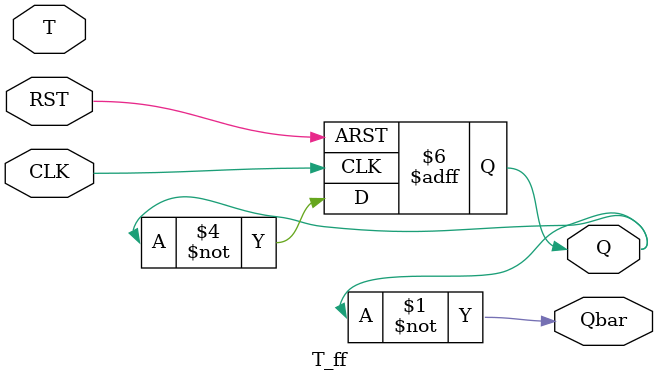
<source format=v>
`timescale 1ns / 1ps
module melay_ex(x,clk,out,y);

   input x,clk;
	output [1:0] out;
	output y;
	
	wire [2:0]w;
	
	T_ff t1(x,clk,rst,out[0],w[0]);
	and a(w[2],x,out[0]);
	T_ff t2(w[2],clk,rst,out[1],w[1]);
	assign y=(x*out[1])*~out[0];


endmodule

module T_ff(T,CLK,RST,Q,Qbar);

  input T,CLK,RST;
  output reg Q;
  output Qbar;
  
  initial begin
     Q<=1'b0;
	end
  assign Qbar=~Q;
  
  always @(posedge CLK or posedge RST)
    begin 
	   if(RST==1)
		  Q <= 1'b0;
		else
		  Q <= ~Q;
	 end
endmodule
</source>
